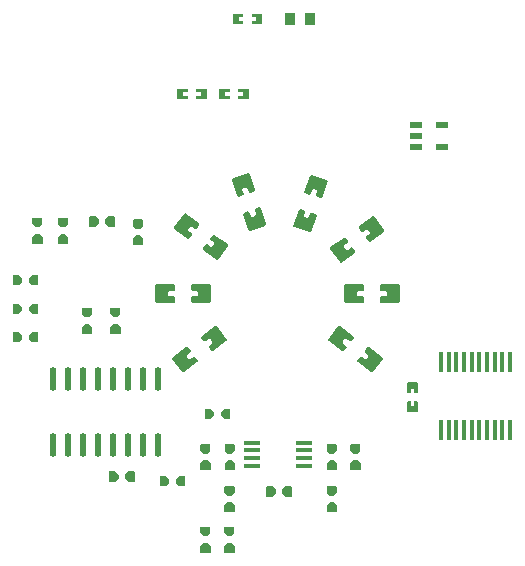
<source format=gtp>
G04 Layer: TopPasteMaskLayer*
G04 EasyEDA v6.5.23, 2024-02-16 22:38:03*
G04 01767c8133624752a37afa6e83b9fffe,1f8200004d6a4d288ef555d4fcc488ac,10*
G04 Gerber Generator version 0.2*
G04 Scale: 100 percent, Rotated: No, Reflected: No *
G04 Dimensions in millimeters *
G04 leading zeros omitted , absolute positions ,4 integer and 5 decimal *
%FSLAX45Y45*%
%MOMM*%

%ADD10R,1.0000X0.6000*%
%ADD11R,0.8999X1.0000*%
%ADD12O,0.5739892X2.0379944*%
%ADD13O,0.36400740000000004X1.7420082*%
%ADD14O,1.4500098000000001X0.3800094*%
%ADD15O,0.015X0.3800094*%

%LPD*%
G36*
X-90220Y-1632712D02*
G01*
X-96621Y-1639112D01*
X-96621Y-1712722D01*
X-90220Y-1719122D01*
X-39878Y-1719122D01*
X-12446Y-1689760D01*
X-12446Y-1662125D01*
X-39878Y-1632712D01*
G37*
G36*
X66548Y-1631594D02*
G01*
X39116Y-1660956D01*
X39116Y-1688642D01*
X66548Y-1718005D01*
X116839Y-1718005D01*
X123240Y-1711604D01*
X123240Y-1637995D01*
X116839Y-1631594D01*
G37*
G36*
X646125Y-1409446D02*
G01*
X616712Y-1436878D01*
X616712Y-1487220D01*
X623112Y-1493621D01*
X696722Y-1493621D01*
X703122Y-1487220D01*
X703122Y-1436878D01*
X673760Y-1409446D01*
G37*
G36*
X621995Y-1273759D02*
G01*
X615594Y-1280160D01*
X615594Y-1330452D01*
X644956Y-1357884D01*
X672642Y-1357884D01*
X702005Y-1330452D01*
X702005Y-1280160D01*
X695604Y-1273759D01*
G37*
G36*
X-623874Y-1409446D02*
G01*
X-653288Y-1436878D01*
X-653288Y-1487220D01*
X-646887Y-1493621D01*
X-573278Y-1493621D01*
X-566877Y-1487220D01*
X-566877Y-1436878D01*
X-596239Y-1409446D01*
G37*
G36*
X-648004Y-1273759D02*
G01*
X-654405Y-1280160D01*
X-654405Y-1330452D01*
X-625043Y-1357884D01*
X-597357Y-1357884D01*
X-567994Y-1330452D01*
X-567994Y-1280160D01*
X-574395Y-1273759D01*
G37*
G36*
X-455422Y-973277D02*
G01*
X-482854Y-1002639D01*
X-482854Y-1030274D01*
X-455422Y-1059688D01*
X-405079Y-1059688D01*
X-398678Y-1053287D01*
X-398678Y-979678D01*
X-405079Y-973277D01*
G37*
G36*
X-612140Y-974394D02*
G01*
X-618540Y-980795D01*
X-618540Y-1054404D01*
X-612140Y-1060805D01*
X-561848Y-1060805D01*
X-534416Y-1031443D01*
X-534416Y-1003757D01*
X-561848Y-974394D01*
G37*
G36*
X-420674Y-2107946D02*
G01*
X-450088Y-2135378D01*
X-450088Y-2185720D01*
X-443687Y-2192121D01*
X-370078Y-2192121D01*
X-363677Y-2185720D01*
X-363677Y-2135378D01*
X-393039Y-2107946D01*
G37*
G36*
X-444804Y-1972259D02*
G01*
X-451205Y-1978660D01*
X-451205Y-2028952D01*
X-421843Y-2056384D01*
X-394157Y-2056384D01*
X-364794Y-2028952D01*
X-364794Y-1978660D01*
X-371195Y-1972259D01*
G37*
G36*
X-623874Y-2107946D02*
G01*
X-653288Y-2135378D01*
X-653288Y-2185720D01*
X-646887Y-2192121D01*
X-573278Y-2192121D01*
X-566877Y-2185720D01*
X-566877Y-2135378D01*
X-596239Y-2107946D01*
G37*
G36*
X-648004Y-1972259D02*
G01*
X-654405Y-1978660D01*
X-654405Y-2028952D01*
X-625043Y-2056384D01*
X-597357Y-2056384D01*
X-567994Y-2028952D01*
X-567994Y-1978660D01*
X-574395Y-1972259D01*
G37*
G36*
X-1423720Y-1505712D02*
G01*
X-1430121Y-1512112D01*
X-1430121Y-1585722D01*
X-1423720Y-1592122D01*
X-1373378Y-1592122D01*
X-1345946Y-1562760D01*
X-1345946Y-1535125D01*
X-1373378Y-1505712D01*
G37*
G36*
X-1266952Y-1504594D02*
G01*
X-1294384Y-1533956D01*
X-1294384Y-1561642D01*
X-1266952Y-1591005D01*
X-1216660Y-1591005D01*
X-1210259Y-1584604D01*
X-1210259Y-1510995D01*
X-1216660Y-1504594D01*
G37*
G36*
X-836421Y-1544777D02*
G01*
X-863853Y-1574139D01*
X-863853Y-1601774D01*
X-836421Y-1631188D01*
X-786079Y-1631188D01*
X-779678Y-1624787D01*
X-779678Y-1551178D01*
X-786079Y-1544777D01*
G37*
G36*
X-993140Y-1545894D02*
G01*
X-999540Y-1552295D01*
X-999540Y-1625904D01*
X-993140Y-1632305D01*
X-942848Y-1632305D01*
X-915416Y-1602943D01*
X-915416Y-1575257D01*
X-942848Y-1545894D01*
G37*
G36*
X-2081022Y-325577D02*
G01*
X-2108454Y-354939D01*
X-2108454Y-382574D01*
X-2081022Y-411988D01*
X-2030679Y-411988D01*
X-2024278Y-405587D01*
X-2024278Y-331978D01*
X-2030679Y-325577D01*
G37*
G36*
X-2237740Y-326694D02*
G01*
X-2244140Y-333095D01*
X-2244140Y-406704D01*
X-2237740Y-413105D01*
X-2187448Y-413105D01*
X-2160016Y-383743D01*
X-2160016Y-356057D01*
X-2187448Y-326694D01*
G37*
G36*
X-2081022Y-84277D02*
G01*
X-2108454Y-113639D01*
X-2108454Y-141274D01*
X-2081022Y-170688D01*
X-2030679Y-170688D01*
X-2024278Y-164287D01*
X-2024278Y-90678D01*
X-2030679Y-84277D01*
G37*
G36*
X-2237740Y-85394D02*
G01*
X-2244140Y-91795D01*
X-2244140Y-165404D01*
X-2237740Y-171805D01*
X-2187448Y-171805D01*
X-2160016Y-142443D01*
X-2160016Y-114757D01*
X-2187448Y-85394D01*
G37*
G36*
X-2081022Y157022D02*
G01*
X-2108454Y127660D01*
X-2108454Y100025D01*
X-2081022Y70612D01*
X-2030679Y70612D01*
X-2024278Y77012D01*
X-2024278Y150622D01*
X-2030679Y157022D01*
G37*
G36*
X-2237740Y155905D02*
G01*
X-2244140Y149504D01*
X-2244140Y75895D01*
X-2237740Y69494D01*
X-2187448Y69494D01*
X-2160016Y98856D01*
X-2160016Y126542D01*
X-2187448Y155905D01*
G37*
G36*
X-1588820Y653288D02*
G01*
X-1595221Y646887D01*
X-1595221Y573278D01*
X-1588820Y566877D01*
X-1538478Y566877D01*
X-1511046Y596239D01*
X-1511046Y623874D01*
X-1538478Y653288D01*
G37*
G36*
X-1432052Y654405D02*
G01*
X-1459484Y625043D01*
X-1459484Y597357D01*
X-1432052Y567994D01*
X-1381760Y567994D01*
X-1375359Y574395D01*
X-1375359Y648004D01*
X-1381760Y654405D01*
G37*
G36*
X420878Y-1274978D02*
G01*
X414477Y-1281379D01*
X414477Y-1331722D01*
X443839Y-1359154D01*
X471474Y-1359154D01*
X500888Y-1331722D01*
X500888Y-1281379D01*
X494487Y-1274978D01*
G37*
G36*
X444957Y-1410716D02*
G01*
X415594Y-1438148D01*
X415594Y-1488440D01*
X421995Y-1494840D01*
X495604Y-1494840D01*
X502005Y-1488440D01*
X502005Y-1438148D01*
X472643Y-1410716D01*
G37*
G36*
X-442722Y-1274978D02*
G01*
X-449122Y-1281379D01*
X-449122Y-1331722D01*
X-419760Y-1359154D01*
X-392125Y-1359154D01*
X-362712Y-1331722D01*
X-362712Y-1281379D01*
X-369112Y-1274978D01*
G37*
G36*
X-418642Y-1410716D02*
G01*
X-448005Y-1438148D01*
X-448005Y-1488440D01*
X-441604Y-1494840D01*
X-367995Y-1494840D01*
X-361594Y-1488440D01*
X-361594Y-1438148D01*
X-390956Y-1410716D01*
G37*
G36*
X420878Y-1630578D02*
G01*
X414477Y-1636979D01*
X414477Y-1687322D01*
X443839Y-1714754D01*
X471474Y-1714754D01*
X500888Y-1687322D01*
X500888Y-1636979D01*
X494487Y-1630578D01*
G37*
G36*
X444957Y-1766316D02*
G01*
X415594Y-1793748D01*
X415594Y-1844039D01*
X421995Y-1850440D01*
X495604Y-1850440D01*
X502005Y-1844039D01*
X502005Y-1793748D01*
X472643Y-1766316D01*
G37*
G36*
X-444093Y-1629054D02*
G01*
X-450494Y-1635455D01*
X-450494Y-1685798D01*
X-421132Y-1713179D01*
X-393446Y-1713179D01*
X-364083Y-1685798D01*
X-364083Y-1635455D01*
X-370484Y-1629054D01*
G37*
G36*
X-420014Y-1764741D02*
G01*
X-449376Y-1792173D01*
X-449376Y-1842516D01*
X-442976Y-1848916D01*
X-369366Y-1848916D01*
X-362966Y-1842516D01*
X-362966Y-1792173D01*
X-392328Y-1764741D01*
G37*
G36*
X-1830374Y508254D02*
G01*
X-1859788Y480822D01*
X-1859788Y430479D01*
X-1853387Y424078D01*
X-1779778Y424078D01*
X-1773377Y430479D01*
X-1773377Y480822D01*
X-1802739Y508254D01*
G37*
G36*
X-1854504Y643940D02*
G01*
X-1860905Y637540D01*
X-1860905Y587248D01*
X-1831543Y559816D01*
X-1803857Y559816D01*
X-1774494Y587248D01*
X-1774494Y637540D01*
X-1780895Y643940D01*
G37*
G36*
X-2046274Y508254D02*
G01*
X-2075688Y480822D01*
X-2075688Y430479D01*
X-2069287Y424078D01*
X-1995678Y424078D01*
X-1989277Y430479D01*
X-1989277Y480822D01*
X-2018639Y508254D01*
G37*
G36*
X-2070404Y643940D02*
G01*
X-2076805Y637540D01*
X-2076805Y587248D01*
X-2047443Y559816D01*
X-2019757Y559816D01*
X-1990394Y587248D01*
X-1990394Y637540D01*
X-1996795Y643940D01*
G37*
G36*
X-526592Y-273812D02*
G01*
X-642721Y-358140D01*
X-644906Y-372110D01*
X-623112Y-402082D01*
X-609193Y-404317D01*
X-580390Y-383387D01*
X-566420Y-385622D01*
X-551180Y-406552D01*
X-553415Y-420522D01*
X-582168Y-441451D01*
X-584403Y-455422D01*
X-562610Y-485393D01*
X-548640Y-487578D01*
X-432562Y-403250D01*
X-430326Y-389280D01*
X-512622Y-276047D01*
G37*
G36*
X-772160Y-452221D02*
G01*
X-888237Y-536549D01*
X-890473Y-550519D01*
X-808177Y-663803D01*
X-794207Y-665988D01*
X-678078Y-581660D01*
X-675894Y-567690D01*
X-697687Y-537718D01*
X-711606Y-535482D01*
X-740410Y-556412D01*
X-754380Y-554177D01*
X-769620Y-533247D01*
X-767384Y-519277D01*
X-738632Y-498348D01*
X-736396Y-484378D01*
X-758190Y-454406D01*
G37*
G36*
X-719988Y80010D02*
G01*
X-729996Y70002D01*
X-729996Y32969D01*
X-719988Y22961D01*
X-684428Y22961D01*
X-674420Y12954D01*
X-674420Y-12954D01*
X-684428Y-22961D01*
X-719988Y-22961D01*
X-729996Y-32969D01*
X-729996Y-70002D01*
X-719988Y-80010D01*
X-576478Y-80010D01*
X-566521Y-70002D01*
X-566521Y70002D01*
X-576478Y80010D01*
G37*
G36*
X-1023518Y80010D02*
G01*
X-1033475Y70002D01*
X-1033475Y-70002D01*
X-1023518Y-80010D01*
X-880008Y-80010D01*
X-870000Y-70002D01*
X-870000Y-32969D01*
X-880008Y-22961D01*
X-915568Y-22961D01*
X-925576Y-12954D01*
X-925576Y12954D01*
X-915568Y22961D01*
X-880008Y22961D01*
X-870000Y32969D01*
X-870000Y70002D01*
X-880008Y80010D01*
G37*
G36*
X-535940Y500278D02*
G01*
X-549910Y498093D01*
X-571703Y468122D01*
X-569468Y454151D01*
X-540715Y433222D01*
X-538480Y419252D01*
X-553720Y398322D01*
X-567690Y396087D01*
X-596493Y417017D01*
X-610412Y414782D01*
X-632206Y384810D01*
X-630021Y370840D01*
X-513892Y286512D01*
X-499922Y288747D01*
X-417626Y401980D01*
X-419862Y415950D01*
G37*
G36*
X-781507Y678688D02*
G01*
X-795477Y676452D01*
X-877773Y563219D01*
X-875537Y549249D01*
X-759460Y464870D01*
X-745490Y467106D01*
X-723696Y497078D01*
X-725932Y511048D01*
X-754684Y531977D01*
X-756920Y545947D01*
X-741680Y566877D01*
X-727710Y569112D01*
X-698906Y548182D01*
X-684987Y550418D01*
X-663194Y580390D01*
X-665378Y594360D01*
G37*
G36*
X-153111Y729742D02*
G01*
X-188315Y718312D01*
X-194767Y705713D01*
X-183743Y671880D01*
X-190195Y659231D01*
X-214782Y651256D01*
X-227431Y657656D01*
X-238404Y691540D01*
X-251002Y697941D01*
X-286258Y686511D01*
X-292658Y673912D01*
X-248310Y537413D01*
X-235712Y531012D01*
X-102565Y574243D01*
X-96164Y586841D01*
X-140512Y723341D01*
G37*
G36*
X-246888Y1018387D02*
G01*
X-380034Y975156D01*
X-386435Y962558D01*
X-342087Y826058D01*
X-329488Y819658D01*
X-294284Y831087D01*
X-287832Y843686D01*
X-298856Y877519D01*
X-292404Y890117D01*
X-267817Y898144D01*
X-255219Y891743D01*
X-244195Y857859D01*
X-231597Y851458D01*
X-196342Y862888D01*
X-189941Y875487D01*
X-234289Y1011986D01*
G37*
G36*
X191211Y717042D02*
G01*
X178612Y710641D01*
X134264Y574141D01*
X140665Y561543D01*
X273812Y518312D01*
X286410Y524713D01*
X330758Y661212D01*
X324358Y673811D01*
X289102Y685241D01*
X276504Y678840D01*
X265531Y644956D01*
X252882Y638556D01*
X228295Y646531D01*
X221843Y659180D01*
X232867Y693013D01*
X226415Y705612D01*
G37*
G36*
X284988Y1005687D02*
G01*
X272389Y999286D01*
X228041Y862787D01*
X234442Y850188D01*
X269697Y838758D01*
X282295Y845159D01*
X293319Y879043D01*
X305917Y885444D01*
X330504Y877417D01*
X336956Y864819D01*
X325932Y830986D01*
X332384Y818388D01*
X367588Y806958D01*
X380187Y813358D01*
X424535Y949858D01*
X418134Y962456D01*
G37*
G36*
X561340Y474878D02*
G01*
X445262Y390550D01*
X443026Y376580D01*
X525322Y263347D01*
X539292Y261112D01*
X655421Y345440D01*
X657606Y359410D01*
X635812Y389382D01*
X621893Y391617D01*
X593090Y370687D01*
X579120Y372922D01*
X563880Y393852D01*
X566115Y407822D01*
X594868Y428751D01*
X597103Y442722D01*
X575310Y472693D01*
G37*
G36*
X806907Y653288D02*
G01*
X690778Y568960D01*
X688594Y554990D01*
X710387Y525018D01*
X724306Y522782D01*
X753110Y543712D01*
X767080Y541477D01*
X782320Y520547D01*
X780084Y506577D01*
X751332Y485648D01*
X749096Y471678D01*
X770890Y441706D01*
X784860Y439521D01*
X900937Y523849D01*
X903173Y537819D01*
X820877Y651103D01*
G37*
G36*
X576478Y80010D02*
G01*
X566521Y70002D01*
X566521Y-70002D01*
X576478Y-80010D01*
X719988Y-80010D01*
X729996Y-70002D01*
X729996Y-32969D01*
X719988Y-22961D01*
X684428Y-22961D01*
X674420Y-12954D01*
X674420Y12954D01*
X684428Y22961D01*
X719988Y22961D01*
X729996Y32969D01*
X729996Y70002D01*
X719988Y80010D01*
G37*
G36*
X880008Y80010D02*
G01*
X870000Y70002D01*
X870000Y32969D01*
X880008Y22961D01*
X915568Y22961D01*
X925576Y12954D01*
X925576Y-12954D01*
X915568Y-22961D01*
X880008Y-22961D01*
X870000Y-32969D01*
X870000Y-70002D01*
X880008Y-80010D01*
X1023518Y-80010D01*
X1033475Y-70002D01*
X1033475Y70002D01*
X1023518Y80010D01*
G37*
G36*
X526592Y-273812D02*
G01*
X512622Y-276047D01*
X430326Y-389280D01*
X432562Y-403250D01*
X548640Y-487578D01*
X562610Y-485393D01*
X584403Y-455422D01*
X582168Y-441451D01*
X553415Y-420522D01*
X551180Y-406552D01*
X566420Y-385622D01*
X580390Y-383387D01*
X609193Y-404317D01*
X623112Y-402082D01*
X644906Y-372110D01*
X642721Y-358140D01*
G37*
G36*
X772160Y-452221D02*
G01*
X758190Y-454406D01*
X736396Y-484378D01*
X738632Y-498348D01*
X767384Y-519277D01*
X769620Y-533247D01*
X754380Y-554177D01*
X740410Y-556412D01*
X711606Y-535482D01*
X697687Y-537718D01*
X675894Y-567690D01*
X678078Y-581660D01*
X794207Y-665988D01*
X808177Y-663752D01*
X890473Y-550519D01*
X888237Y-536549D01*
G37*
G36*
X1103020Y-751789D02*
G01*
X1097991Y-756818D01*
X1097991Y-836777D01*
X1103020Y-841806D01*
X1125778Y-841806D01*
X1125778Y-804773D01*
X1158798Y-804773D01*
X1158798Y-841806D01*
X1182979Y-841806D01*
X1188008Y-836777D01*
X1188008Y-756818D01*
X1182979Y-751789D01*
G37*
G36*
X1103020Y-911809D02*
G01*
X1097991Y-916787D01*
X1097991Y-995781D01*
X1103020Y-1000810D01*
X1182979Y-1000810D01*
X1188008Y-995781D01*
X1188008Y-916787D01*
X1182979Y-911809D01*
X1158798Y-911809D01*
X1158798Y-949807D01*
X1125778Y-949807D01*
X1125778Y-911809D01*
G37*
G36*
X-684377Y1734108D02*
G01*
X-689406Y1729079D01*
X-689406Y1706321D01*
X-652373Y1706321D01*
X-652373Y1673301D01*
X-689406Y1673301D01*
X-689406Y1649120D01*
X-684377Y1644091D01*
X-604418Y1644091D01*
X-599389Y1649120D01*
X-599389Y1729079D01*
X-604418Y1734108D01*
G37*
G36*
X-843381Y1734108D02*
G01*
X-848410Y1729079D01*
X-848410Y1649120D01*
X-843381Y1644091D01*
X-764387Y1644091D01*
X-759409Y1649120D01*
X-759409Y1673301D01*
X-797407Y1673301D01*
X-797407Y1706321D01*
X-759409Y1706321D01*
X-759409Y1729079D01*
X-764387Y1734108D01*
G37*
G36*
X-328777Y1734108D02*
G01*
X-333806Y1729079D01*
X-333806Y1706321D01*
X-296773Y1706321D01*
X-296773Y1673301D01*
X-333806Y1673301D01*
X-333806Y1649120D01*
X-328777Y1644091D01*
X-248818Y1644091D01*
X-243789Y1649120D01*
X-243789Y1729079D01*
X-248818Y1734108D01*
G37*
G36*
X-487781Y1734108D02*
G01*
X-492810Y1729079D01*
X-492810Y1649120D01*
X-487781Y1644091D01*
X-408787Y1644091D01*
X-403809Y1649120D01*
X-403809Y1673301D01*
X-441807Y1673301D01*
X-441807Y1706321D01*
X-403809Y1706321D01*
X-403809Y1729079D01*
X-408787Y1734108D01*
G37*
G36*
X-373481Y2369108D02*
G01*
X-378510Y2364079D01*
X-378510Y2284120D01*
X-373481Y2279091D01*
X-293522Y2279091D01*
X-288493Y2284120D01*
X-288493Y2306878D01*
X-325526Y2306878D01*
X-325526Y2339898D01*
X-288493Y2339898D01*
X-288493Y2364079D01*
X-293522Y2369108D01*
G37*
G36*
X-213512Y2369108D02*
G01*
X-218490Y2364079D01*
X-218490Y2339898D01*
X-180492Y2339898D01*
X-180492Y2306878D01*
X-218490Y2306878D01*
X-218490Y2284120D01*
X-213512Y2279091D01*
X-134518Y2279091D01*
X-129489Y2284120D01*
X-129489Y2364079D01*
X-134518Y2369108D01*
G37*
G36*
X-1627174Y-253746D02*
G01*
X-1656588Y-281178D01*
X-1656588Y-331520D01*
X-1650187Y-337921D01*
X-1576578Y-337921D01*
X-1570177Y-331520D01*
X-1570177Y-281178D01*
X-1599539Y-253746D01*
G37*
G36*
X-1651304Y-118059D02*
G01*
X-1657705Y-124460D01*
X-1657705Y-174752D01*
X-1628343Y-202184D01*
X-1600657Y-202184D01*
X-1571294Y-174752D01*
X-1571294Y-124460D01*
X-1577695Y-118059D01*
G37*
G36*
X-1385874Y-253746D02*
G01*
X-1415288Y-281178D01*
X-1415288Y-331520D01*
X-1408887Y-337921D01*
X-1335278Y-337921D01*
X-1328877Y-331520D01*
X-1328877Y-281178D01*
X-1358239Y-253746D01*
G37*
G36*
X-1410004Y-118059D02*
G01*
X-1416405Y-124460D01*
X-1416405Y-174752D01*
X-1387043Y-202184D01*
X-1359357Y-202184D01*
X-1329994Y-174752D01*
X-1329994Y-124460D01*
X-1336395Y-118059D01*
G37*
G36*
X-1217422Y630021D02*
G01*
X-1223822Y623620D01*
X-1223822Y573278D01*
X-1194460Y545846D01*
X-1166825Y545846D01*
X-1137412Y573278D01*
X-1137412Y623620D01*
X-1143812Y630021D01*
G37*
G36*
X-1193342Y494284D02*
G01*
X-1222705Y466851D01*
X-1222705Y416559D01*
X-1216304Y410159D01*
X-1142695Y410159D01*
X-1136294Y416559D01*
X-1136294Y466851D01*
X-1165656Y494284D01*
G37*
D10*
G01*
X1172692Y1333500D03*
G01*
X1172692Y1238504D03*
G01*
X1172692Y1428495D03*
G01*
X1392707Y1238504D03*
G01*
X1392707Y1428495D03*
D11*
G01*
X275488Y2324100D03*
G01*
X105486Y2324100D03*
D12*
G01*
X-1905000Y-1280210D03*
G01*
X-1778000Y-1280210D03*
G01*
X-1651000Y-1280210D03*
G01*
X-1524000Y-1280210D03*
G01*
X-1397000Y-1280210D03*
G01*
X-1270000Y-1280210D03*
G01*
X-1143000Y-1280210D03*
G01*
X-1016000Y-1280210D03*
G01*
X-1905000Y-726389D03*
G01*
X-1778000Y-726389D03*
G01*
X-1651000Y-726389D03*
G01*
X-1524000Y-726389D03*
G01*
X-1397000Y-726389D03*
G01*
X-1270000Y-726389D03*
G01*
X-1143000Y-726389D03*
G01*
X-1016000Y-726389D03*
D13*
G01*
X1383893Y-1150696D03*
G01*
X1448892Y-1150696D03*
G01*
X1513890Y-1150696D03*
G01*
X1578889Y-1150696D03*
G01*
X1643913Y-1150696D03*
G01*
X1708912Y-1150696D03*
G01*
X1773910Y-1150696D03*
G01*
X1838909Y-1150696D03*
G01*
X1903907Y-1150696D03*
G01*
X1968906Y-1150696D03*
G01*
X1383893Y-576503D03*
G01*
X1448892Y-576503D03*
G01*
X1513890Y-576503D03*
G01*
X1578889Y-576503D03*
G01*
X1643913Y-576503D03*
G01*
X1708912Y-576503D03*
G01*
X1773910Y-576503D03*
G01*
X1838909Y-576503D03*
G01*
X1903907Y-576503D03*
G01*
X1968906Y-576503D03*
D14*
G01*
X219989Y-1456410D03*
G01*
X219989Y-1391386D03*
G01*
X219989Y-1326387D03*
G01*
X219989Y-1261389D03*
G01*
X-219989Y-1456410D03*
G01*
X-219989Y-1391386D03*
G01*
X-219989Y-1326387D03*
G01*
X-219989Y-1261389D03*
M02*

</source>
